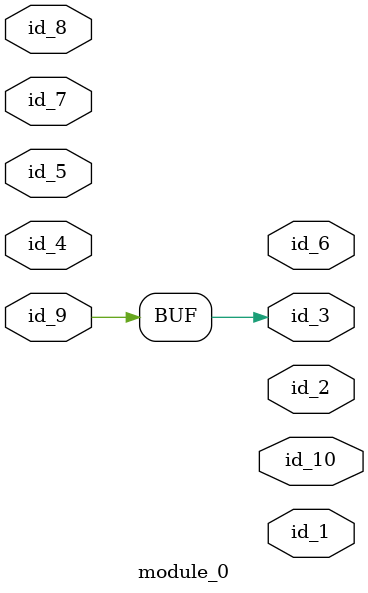
<source format=v>
`timescale 1ps / 1ps
module module_0 (
    id_1,
    id_2,
    id_3,
    id_4,
    id_5,
    id_6,
    id_7,
    id_8,
    id_9,
    id_10
);
  output id_10;
  input id_9;
  input id_8;
  inout id_7;
  output id_6;
  input id_5;
  inout id_4;
  output id_3;
  output id_2;
  output id_1;
  initial begin
    id_3 <= (id_9[1'd0]);
    if (1'b0)
      if ({1'b0, 1'b0})
        if (1) id_4 <= 1 ? (id_8) : 1'd0 + 1;
        else begin
          id_10 = 1;
        end
      else SystemTFIdentifier(1);
  end
endmodule

</source>
